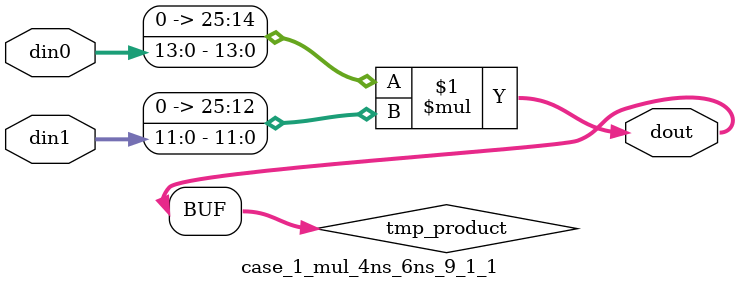
<source format=v>

`timescale 1 ns / 1 ps

 (* use_dsp = "no" *)  module case_1_mul_4ns_6ns_9_1_1(din0, din1, dout);
parameter ID = 1;
parameter NUM_STAGE = 0;
parameter din0_WIDTH = 14;
parameter din1_WIDTH = 12;
parameter dout_WIDTH = 26;

input [din0_WIDTH - 1 : 0] din0; 
input [din1_WIDTH - 1 : 0] din1; 
output [dout_WIDTH - 1 : 0] dout;

wire signed [dout_WIDTH - 1 : 0] tmp_product;
























assign tmp_product = $signed({1'b0, din0}) * $signed({1'b0, din1});











assign dout = tmp_product;





















endmodule

</source>
